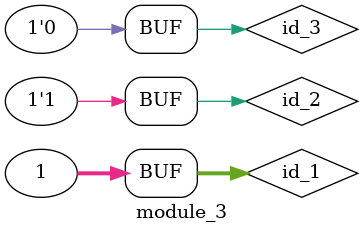
<source format=v>
module module_0 ();
  module_3 modCall_1 ();
endmodule
module module_1 (
    output tri id_0
);
  wire id_2;
  module_0 modCall_1 ();
endmodule
module module_2 (
    id_1,
    id_2,
    id_3,
    id_4
);
  output wire id_4;
  inout wire id_3;
  input wire id_2;
  inout wire id_1;
  assign id_1 = {1};
  module_0 modCall_1 ();
endmodule
module module_3;
  integer id_1;
  assign id_1 = 1;
  reg id_2;
  always id_2 <= 1;
  wire id_3 = 1'b0;
  initial id_3 = id_1;
endmodule

</source>
